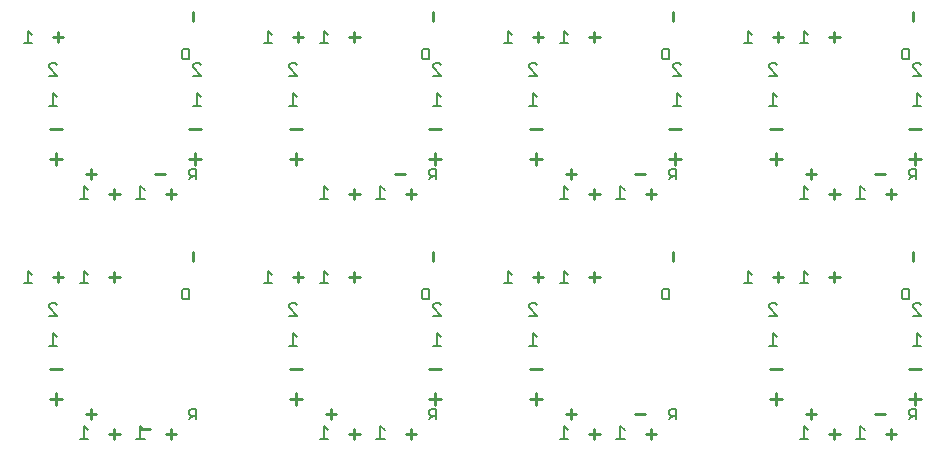
<source format=gbr>
G04 EAGLE Gerber RS-274X export*
G75*
%MOMM*%
%FSLAX34Y34*%
%LPD*%
%INSilkscreen Bottom*%
%IPPOS*%
%AMOC8*
5,1,8,0,0,1.08239X$1,22.5*%
G01*
%ADD10C,0.203200*%
%ADD11C,0.279400*%
%ADD12C,0.228600*%
%ADD13C,0.152400*%
%ADD14C,0.254000*%


D10*
X30230Y128016D02*
X37348Y128016D01*
X30230Y135134D01*
X30230Y136914D01*
X32009Y138693D01*
X35568Y138693D01*
X37348Y136914D01*
X33789Y113293D02*
X37348Y109734D01*
X33789Y113293D02*
X33789Y102616D01*
X37348Y102616D02*
X30230Y102616D01*
D11*
X31645Y82556D02*
X41645Y82556D01*
X41645Y57156D02*
X31645Y57156D01*
X36645Y52157D02*
X36645Y62156D01*
D10*
X60327Y34553D02*
X63886Y30994D01*
X60327Y34553D02*
X60327Y23876D01*
X63886Y23876D02*
X56768Y23876D01*
D12*
X81685Y27946D02*
X90328Y27946D01*
X86007Y32267D02*
X86007Y23624D01*
D10*
X107952Y34553D02*
X111511Y30994D01*
X107952Y34553D02*
X107952Y23876D01*
X111511Y23876D02*
X104393Y23876D01*
D12*
X129310Y27946D02*
X137953Y27946D01*
X133632Y32267D02*
X133632Y23624D01*
D10*
X16261Y162439D02*
X12702Y165998D01*
X12702Y155321D01*
X16261Y155321D02*
X9143Y155321D01*
D12*
X34060Y160661D02*
X42703Y160661D01*
X38382Y164982D02*
X38382Y156339D01*
D10*
X60327Y165998D02*
X63886Y162439D01*
X60327Y165998D02*
X60327Y155321D01*
X63886Y155321D02*
X56768Y155321D01*
D12*
X81685Y160661D02*
X90328Y160661D01*
X86007Y164982D02*
X86007Y156339D01*
D13*
X155046Y48775D02*
X155046Y40132D01*
X155046Y48775D02*
X150724Y48775D01*
X149283Y47335D01*
X149283Y44454D01*
X150724Y43013D01*
X155046Y43013D01*
X152164Y43013D02*
X149283Y40132D01*
X148696Y141732D02*
X148696Y150375D01*
X148696Y141732D02*
X144374Y141732D01*
X142933Y143173D01*
X142933Y148935D01*
X144374Y150375D01*
X148696Y150375D01*
D14*
X152400Y173990D02*
X152400Y181610D01*
D12*
X70612Y44456D02*
X61969Y44456D01*
X66290Y48777D02*
X66290Y40134D01*
X107751Y31756D02*
X116395Y31756D01*
D10*
X233430Y128016D02*
X240548Y128016D01*
X233430Y135134D01*
X233430Y136914D01*
X235209Y138693D01*
X238768Y138693D01*
X240548Y136914D01*
X236989Y113293D02*
X240548Y109734D01*
X236989Y113293D02*
X236989Y102616D01*
X240548Y102616D02*
X233430Y102616D01*
D11*
X234845Y82556D02*
X244845Y82556D01*
X244845Y57156D02*
X234845Y57156D01*
X239845Y52157D02*
X239845Y62156D01*
D10*
X355721Y128016D02*
X362839Y128016D01*
X355721Y135134D01*
X355721Y136914D01*
X357500Y138693D01*
X361060Y138693D01*
X362839Y136914D01*
X359280Y113293D02*
X362839Y109734D01*
X359280Y113293D02*
X359280Y102616D01*
X362839Y102616D02*
X355721Y102616D01*
D11*
X352459Y82556D02*
X362458Y82556D01*
X362458Y57156D02*
X352459Y57156D01*
X357458Y52157D02*
X357458Y62156D01*
D10*
X267086Y30994D02*
X263527Y34553D01*
X263527Y23876D01*
X267086Y23876D02*
X259968Y23876D01*
D12*
X284885Y27946D02*
X293528Y27946D01*
X289207Y32267D02*
X289207Y23624D01*
D10*
X311152Y34553D02*
X314711Y30994D01*
X311152Y34553D02*
X311152Y23876D01*
X314711Y23876D02*
X307593Y23876D01*
D12*
X332510Y27946D02*
X341153Y27946D01*
X336832Y32267D02*
X336832Y23624D01*
D10*
X219461Y162439D02*
X215902Y165998D01*
X215902Y155321D01*
X219461Y155321D02*
X212343Y155321D01*
D12*
X237260Y160661D02*
X245903Y160661D01*
X241582Y164982D02*
X241582Y156339D01*
D10*
X263527Y165998D02*
X267086Y162439D01*
X263527Y165998D02*
X263527Y155321D01*
X267086Y155321D02*
X259968Y155321D01*
D12*
X284885Y160661D02*
X293528Y160661D01*
X289207Y164982D02*
X289207Y156339D01*
D13*
X358246Y48775D02*
X358246Y40132D01*
X358246Y48775D02*
X353924Y48775D01*
X352483Y47335D01*
X352483Y44454D01*
X353924Y43013D01*
X358246Y43013D01*
X355364Y43013D02*
X352483Y40132D01*
X351896Y141732D02*
X351896Y150375D01*
X351896Y141732D02*
X347574Y141732D01*
X346133Y143173D01*
X346133Y148935D01*
X347574Y150375D01*
X351896Y150375D01*
D14*
X355600Y173990D02*
X355600Y181610D01*
D12*
X273812Y44456D02*
X265169Y44456D01*
X269490Y48777D02*
X269490Y40134D01*
D10*
X436630Y128016D02*
X443748Y128016D01*
X436630Y135134D01*
X436630Y136914D01*
X438409Y138693D01*
X441968Y138693D01*
X443748Y136914D01*
X440189Y113293D02*
X443748Y109734D01*
X440189Y113293D02*
X440189Y102616D01*
X443748Y102616D02*
X436630Y102616D01*
D11*
X438045Y82556D02*
X448045Y82556D01*
X448045Y57156D02*
X438045Y57156D01*
X443045Y52157D02*
X443045Y62156D01*
D10*
X466727Y34553D02*
X470286Y30994D01*
X466727Y34553D02*
X466727Y23876D01*
X470286Y23876D02*
X463168Y23876D01*
D12*
X488085Y27946D02*
X496728Y27946D01*
X492407Y32267D02*
X492407Y23624D01*
D10*
X514352Y34553D02*
X517911Y30994D01*
X514352Y34553D02*
X514352Y23876D01*
X517911Y23876D02*
X510793Y23876D01*
D12*
X535710Y27946D02*
X544353Y27946D01*
X540032Y32267D02*
X540032Y23624D01*
D10*
X422661Y162439D02*
X419102Y165998D01*
X419102Y155321D01*
X422661Y155321D02*
X415543Y155321D01*
D12*
X440460Y160661D02*
X449103Y160661D01*
X444782Y164982D02*
X444782Y156339D01*
D10*
X466727Y165998D02*
X470286Y162439D01*
X466727Y165998D02*
X466727Y155321D01*
X470286Y155321D02*
X463168Y155321D01*
D12*
X488085Y160661D02*
X496728Y160661D01*
X492407Y164982D02*
X492407Y156339D01*
D13*
X561446Y48775D02*
X561446Y40132D01*
X561446Y48775D02*
X557124Y48775D01*
X555683Y47335D01*
X555683Y44454D01*
X557124Y43013D01*
X561446Y43013D01*
X558564Y43013D02*
X555683Y40132D01*
X555096Y141732D02*
X555096Y150375D01*
X555096Y141732D02*
X550774Y141732D01*
X549333Y143173D01*
X549333Y148935D01*
X550774Y150375D01*
X555096Y150375D01*
D14*
X558800Y173990D02*
X558800Y181610D01*
D12*
X477012Y44456D02*
X468369Y44456D01*
X472690Y48777D02*
X472690Y40134D01*
X526851Y44456D02*
X535495Y44456D01*
D10*
X639830Y128016D02*
X646948Y128016D01*
X639830Y135134D01*
X639830Y136914D01*
X641609Y138693D01*
X645168Y138693D01*
X646948Y136914D01*
X643389Y113293D02*
X646948Y109734D01*
X643389Y113293D02*
X643389Y102616D01*
X646948Y102616D02*
X639830Y102616D01*
D11*
X641245Y82556D02*
X651245Y82556D01*
X651245Y57156D02*
X641245Y57156D01*
X646245Y52157D02*
X646245Y62156D01*
D10*
X762121Y128016D02*
X769239Y128016D01*
X762121Y135134D01*
X762121Y136914D01*
X763900Y138693D01*
X767460Y138693D01*
X769239Y136914D01*
X765680Y113293D02*
X769239Y109734D01*
X765680Y113293D02*
X765680Y102616D01*
X769239Y102616D02*
X762121Y102616D01*
D11*
X758859Y82556D02*
X768858Y82556D01*
X768858Y57156D02*
X758859Y57156D01*
X763858Y52157D02*
X763858Y62156D01*
D10*
X673486Y30994D02*
X669927Y34553D01*
X669927Y23876D01*
X673486Y23876D02*
X666368Y23876D01*
D12*
X691285Y27946D02*
X699928Y27946D01*
X695607Y32267D02*
X695607Y23624D01*
D10*
X717552Y34553D02*
X721111Y30994D01*
X717552Y34553D02*
X717552Y23876D01*
X721111Y23876D02*
X713993Y23876D01*
D12*
X738910Y27946D02*
X747553Y27946D01*
X743232Y32267D02*
X743232Y23624D01*
D10*
X625861Y162439D02*
X622302Y165998D01*
X622302Y155321D01*
X625861Y155321D02*
X618743Y155321D01*
D12*
X643660Y160661D02*
X652303Y160661D01*
X647982Y164982D02*
X647982Y156339D01*
D10*
X669927Y165998D02*
X673486Y162439D01*
X669927Y165998D02*
X669927Y155321D01*
X673486Y155321D02*
X666368Y155321D01*
D12*
X691285Y160661D02*
X699928Y160661D01*
X695607Y164982D02*
X695607Y156339D01*
D13*
X764646Y48775D02*
X764646Y40132D01*
X764646Y48775D02*
X760324Y48775D01*
X758883Y47335D01*
X758883Y44454D01*
X760324Y43013D01*
X764646Y43013D01*
X761764Y43013D02*
X758883Y40132D01*
X758296Y141732D02*
X758296Y150375D01*
X758296Y141732D02*
X753974Y141732D01*
X752533Y143173D01*
X752533Y148935D01*
X753974Y150375D01*
X758296Y150375D01*
D14*
X762000Y173990D02*
X762000Y181610D01*
D12*
X680212Y44456D02*
X671569Y44456D01*
X675890Y48777D02*
X675890Y40134D01*
X730051Y44456D02*
X738695Y44456D01*
D10*
X37348Y331216D02*
X30230Y331216D01*
X37348Y331216D02*
X30230Y338334D01*
X30230Y340114D01*
X32009Y341893D01*
X35568Y341893D01*
X37348Y340114D01*
X33789Y316493D02*
X37348Y312934D01*
X33789Y316493D02*
X33789Y305816D01*
X37348Y305816D02*
X30230Y305816D01*
D11*
X31645Y285756D02*
X41645Y285756D01*
X41645Y260356D02*
X31645Y260356D01*
X36645Y255357D02*
X36645Y265356D01*
D10*
X152521Y331216D02*
X159639Y331216D01*
X152521Y338334D01*
X152521Y340114D01*
X154300Y341893D01*
X157860Y341893D01*
X159639Y340114D01*
X156080Y316493D02*
X159639Y312934D01*
X156080Y316493D02*
X156080Y305816D01*
X159639Y305816D02*
X152521Y305816D01*
D11*
X149259Y285756D02*
X159258Y285756D01*
X159258Y260356D02*
X149259Y260356D01*
X154258Y255357D02*
X154258Y265356D01*
D10*
X63886Y234194D02*
X60327Y237753D01*
X60327Y227076D01*
X63886Y227076D02*
X56768Y227076D01*
D12*
X81685Y231146D02*
X90328Y231146D01*
X86007Y235467D02*
X86007Y226824D01*
D10*
X107952Y237753D02*
X111511Y234194D01*
X107952Y237753D02*
X107952Y227076D01*
X111511Y227076D02*
X104393Y227076D01*
D12*
X129310Y231146D02*
X137953Y231146D01*
X133632Y235467D02*
X133632Y226824D01*
D10*
X16261Y365639D02*
X12702Y369198D01*
X12702Y358521D01*
X16261Y358521D02*
X9143Y358521D01*
D12*
X34060Y363861D02*
X42703Y363861D01*
X38382Y368182D02*
X38382Y359539D01*
D13*
X155046Y251975D02*
X155046Y243332D01*
X155046Y251975D02*
X150724Y251975D01*
X149283Y250535D01*
X149283Y247654D01*
X150724Y246213D01*
X155046Y246213D01*
X152164Y246213D02*
X149283Y243332D01*
X148696Y344932D02*
X148696Y353575D01*
X148696Y344932D02*
X144374Y344932D01*
X142933Y346373D01*
X142933Y352135D01*
X144374Y353575D01*
X148696Y353575D01*
D14*
X152400Y377190D02*
X152400Y384810D01*
D12*
X70612Y247656D02*
X61969Y247656D01*
X66290Y251977D02*
X66290Y243334D01*
X120451Y247656D02*
X129095Y247656D01*
D10*
X233430Y331216D02*
X240548Y331216D01*
X233430Y338334D01*
X233430Y340114D01*
X235209Y341893D01*
X238768Y341893D01*
X240548Y340114D01*
X236989Y316493D02*
X240548Y312934D01*
X236989Y316493D02*
X236989Y305816D01*
X240548Y305816D02*
X233430Y305816D01*
D11*
X234845Y285756D02*
X244845Y285756D01*
X244845Y260356D02*
X234845Y260356D01*
X239845Y255357D02*
X239845Y265356D01*
D10*
X355721Y331216D02*
X362839Y331216D01*
X355721Y338334D01*
X355721Y340114D01*
X357500Y341893D01*
X361060Y341893D01*
X362839Y340114D01*
X359280Y316493D02*
X362839Y312934D01*
X359280Y316493D02*
X359280Y305816D01*
X362839Y305816D02*
X355721Y305816D01*
D11*
X352459Y285756D02*
X362458Y285756D01*
X362458Y260356D02*
X352459Y260356D01*
X357458Y255357D02*
X357458Y265356D01*
D10*
X267086Y234194D02*
X263527Y237753D01*
X263527Y227076D01*
X267086Y227076D02*
X259968Y227076D01*
D12*
X284885Y231146D02*
X293528Y231146D01*
X289207Y235467D02*
X289207Y226824D01*
D10*
X311152Y237753D02*
X314711Y234194D01*
X311152Y237753D02*
X311152Y227076D01*
X314711Y227076D02*
X307593Y227076D01*
D12*
X332510Y231146D02*
X341153Y231146D01*
X336832Y235467D02*
X336832Y226824D01*
D10*
X219461Y365639D02*
X215902Y369198D01*
X215902Y358521D01*
X219461Y358521D02*
X212343Y358521D01*
D12*
X237260Y363861D02*
X245903Y363861D01*
X241582Y368182D02*
X241582Y359539D01*
D10*
X263527Y369198D02*
X267086Y365639D01*
X263527Y369198D02*
X263527Y358521D01*
X267086Y358521D02*
X259968Y358521D01*
D12*
X284885Y363861D02*
X293528Y363861D01*
X289207Y368182D02*
X289207Y359539D01*
D13*
X358246Y251975D02*
X358246Y243332D01*
X358246Y251975D02*
X353924Y251975D01*
X352483Y250535D01*
X352483Y247654D01*
X353924Y246213D01*
X358246Y246213D01*
X355364Y246213D02*
X352483Y243332D01*
X351896Y344932D02*
X351896Y353575D01*
X351896Y344932D02*
X347574Y344932D01*
X346133Y346373D01*
X346133Y352135D01*
X347574Y353575D01*
X351896Y353575D01*
D14*
X355600Y377190D02*
X355600Y384810D01*
D12*
X332295Y247656D02*
X323651Y247656D01*
D10*
X436630Y331216D02*
X443748Y331216D01*
X436630Y338334D01*
X436630Y340114D01*
X438409Y341893D01*
X441968Y341893D01*
X443748Y340114D01*
X440189Y316493D02*
X443748Y312934D01*
X440189Y316493D02*
X440189Y305816D01*
X443748Y305816D02*
X436630Y305816D01*
D11*
X438045Y285756D02*
X448045Y285756D01*
X448045Y260356D02*
X438045Y260356D01*
X443045Y255357D02*
X443045Y265356D01*
D10*
X558921Y331216D02*
X566039Y331216D01*
X558921Y338334D01*
X558921Y340114D01*
X560700Y341893D01*
X564260Y341893D01*
X566039Y340114D01*
X562480Y316493D02*
X566039Y312934D01*
X562480Y316493D02*
X562480Y305816D01*
X566039Y305816D02*
X558921Y305816D01*
D11*
X555659Y285756D02*
X565658Y285756D01*
X565658Y260356D02*
X555659Y260356D01*
X560658Y255357D02*
X560658Y265356D01*
D10*
X470286Y234194D02*
X466727Y237753D01*
X466727Y227076D01*
X470286Y227076D02*
X463168Y227076D01*
D12*
X488085Y231146D02*
X496728Y231146D01*
X492407Y235467D02*
X492407Y226824D01*
D10*
X514352Y237753D02*
X517911Y234194D01*
X514352Y237753D02*
X514352Y227076D01*
X517911Y227076D02*
X510793Y227076D01*
D12*
X535710Y231146D02*
X544353Y231146D01*
X540032Y235467D02*
X540032Y226824D01*
D10*
X422661Y365639D02*
X419102Y369198D01*
X419102Y358521D01*
X422661Y358521D02*
X415543Y358521D01*
D12*
X440460Y363861D02*
X449103Y363861D01*
X444782Y368182D02*
X444782Y359539D01*
D10*
X466727Y369198D02*
X470286Y365639D01*
X466727Y369198D02*
X466727Y358521D01*
X470286Y358521D02*
X463168Y358521D01*
D12*
X488085Y363861D02*
X496728Y363861D01*
X492407Y368182D02*
X492407Y359539D01*
D13*
X561446Y251975D02*
X561446Y243332D01*
X561446Y251975D02*
X557124Y251975D01*
X555683Y250535D01*
X555683Y247654D01*
X557124Y246213D01*
X561446Y246213D01*
X558564Y246213D02*
X555683Y243332D01*
X555096Y344932D02*
X555096Y353575D01*
X555096Y344932D02*
X550774Y344932D01*
X549333Y346373D01*
X549333Y352135D01*
X550774Y353575D01*
X555096Y353575D01*
D14*
X558800Y377190D02*
X558800Y384810D01*
D12*
X477012Y247656D02*
X468369Y247656D01*
X472690Y251977D02*
X472690Y243334D01*
X526851Y247656D02*
X535495Y247656D01*
D10*
X639830Y331216D02*
X646948Y331216D01*
X639830Y338334D01*
X639830Y340114D01*
X641609Y341893D01*
X645168Y341893D01*
X646948Y340114D01*
X643389Y316493D02*
X646948Y312934D01*
X643389Y316493D02*
X643389Y305816D01*
X646948Y305816D02*
X639830Y305816D01*
D11*
X641245Y285756D02*
X651245Y285756D01*
X651245Y260356D02*
X641245Y260356D01*
X646245Y255357D02*
X646245Y265356D01*
D10*
X762121Y331216D02*
X769239Y331216D01*
X762121Y338334D01*
X762121Y340114D01*
X763900Y341893D01*
X767460Y341893D01*
X769239Y340114D01*
X765680Y316493D02*
X769239Y312934D01*
X765680Y316493D02*
X765680Y305816D01*
X769239Y305816D02*
X762121Y305816D01*
D11*
X758859Y285756D02*
X768858Y285756D01*
X768858Y260356D02*
X758859Y260356D01*
X763858Y255357D02*
X763858Y265356D01*
D10*
X673486Y234194D02*
X669927Y237753D01*
X669927Y227076D01*
X673486Y227076D02*
X666368Y227076D01*
D12*
X691285Y231146D02*
X699928Y231146D01*
X695607Y235467D02*
X695607Y226824D01*
D10*
X717552Y237753D02*
X721111Y234194D01*
X717552Y237753D02*
X717552Y227076D01*
X721111Y227076D02*
X713993Y227076D01*
D12*
X738910Y231146D02*
X747553Y231146D01*
X743232Y235467D02*
X743232Y226824D01*
D10*
X625861Y365639D02*
X622302Y369198D01*
X622302Y358521D01*
X625861Y358521D02*
X618743Y358521D01*
D12*
X643660Y363861D02*
X652303Y363861D01*
X647982Y368182D02*
X647982Y359539D01*
D10*
X669927Y369198D02*
X673486Y365639D01*
X669927Y369198D02*
X669927Y358521D01*
X673486Y358521D02*
X666368Y358521D01*
D12*
X691285Y363861D02*
X699928Y363861D01*
X695607Y368182D02*
X695607Y359539D01*
D13*
X764646Y251975D02*
X764646Y243332D01*
X764646Y251975D02*
X760324Y251975D01*
X758883Y250535D01*
X758883Y247654D01*
X760324Y246213D01*
X764646Y246213D01*
X761764Y246213D02*
X758883Y243332D01*
X758296Y344932D02*
X758296Y353575D01*
X758296Y344932D02*
X753974Y344932D01*
X752533Y346373D01*
X752533Y352135D01*
X753974Y353575D01*
X758296Y353575D01*
D14*
X762000Y377190D02*
X762000Y384810D01*
D12*
X680212Y247656D02*
X671569Y247656D01*
X675890Y251977D02*
X675890Y243334D01*
X730051Y247656D02*
X738695Y247656D01*
M02*

</source>
